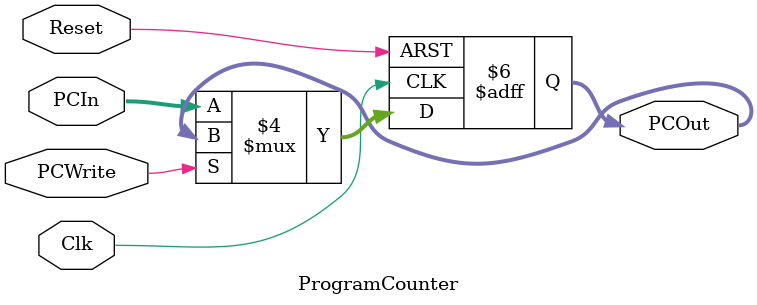
<source format=v>
`timescale 1ns / 1ps


module ProgramCounter(PCIn, PCOut,Clk,Reset,PCWrite);

    input [31:0] PCIn;
    input Clk;
    input Reset;
    input PCWrite;
   
    
    
    output reg [31:0] PCOut;
   
      
    
    
    always @(posedge Clk or posedge Reset) begin
        if ( Reset == 1) begin

                PCOut <= 0;
            end
        
            else if (PCWrite != 1)  begin
                PCOut <= PCIn;
            end
       
    end
    
endmodule


</source>
